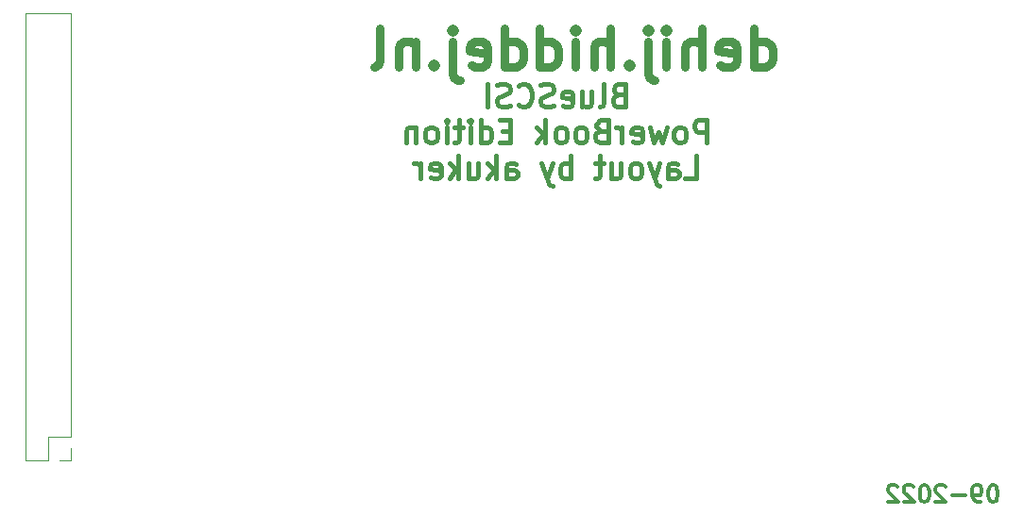
<source format=gbo>
G04 #@! TF.GenerationSoftware,KiCad,Pcbnew,(6.0.4)*
G04 #@! TF.CreationDate,2022-09-08T18:29:31-05:00*
G04 #@! TF.ProjectId,v2-PowerBook-BLUESCSI-dehij,76322d50-6f77-4657-9242-6f6f6b2d424c,rev?*
G04 #@! TF.SameCoordinates,Original*
G04 #@! TF.FileFunction,Legend,Bot*
G04 #@! TF.FilePolarity,Positive*
%FSLAX46Y46*%
G04 Gerber Fmt 4.6, Leading zero omitted, Abs format (unit mm)*
G04 Created by KiCad (PCBNEW (6.0.4)) date 2022-09-08 18:29:31*
%MOMM*%
%LPD*%
G01*
G04 APERTURE LIST*
%ADD10C,0.800000*%
%ADD11C,0.400000*%
%ADD12C,0.300000*%
%ADD13C,0.120000*%
%ADD14C,2.500000*%
%ADD15C,1.700000*%
%ADD16R,1.700000X1.700000*%
%ADD17R,1.350000X1.350000*%
%ADD18O,1.350000X1.350000*%
G04 APERTURE END LIST*
D10*
X140983333Y-86453333D02*
X140983333Y-82953333D01*
X140983333Y-86286666D02*
X141316666Y-86453333D01*
X141983333Y-86453333D01*
X142316666Y-86286666D01*
X142483333Y-86120000D01*
X142650000Y-85786666D01*
X142650000Y-84786666D01*
X142483333Y-84453333D01*
X142316666Y-84286666D01*
X141983333Y-84120000D01*
X141316666Y-84120000D01*
X140983333Y-84286666D01*
X137983333Y-86286666D02*
X138316666Y-86453333D01*
X138983333Y-86453333D01*
X139316666Y-86286666D01*
X139483333Y-85953333D01*
X139483333Y-84620000D01*
X139316666Y-84286666D01*
X138983333Y-84120000D01*
X138316666Y-84120000D01*
X137983333Y-84286666D01*
X137816666Y-84620000D01*
X137816666Y-84953333D01*
X139483333Y-85286666D01*
X136316666Y-86453333D02*
X136316666Y-82953333D01*
X134816666Y-86453333D02*
X134816666Y-84620000D01*
X134983333Y-84286666D01*
X135316666Y-84120000D01*
X135816666Y-84120000D01*
X136150000Y-84286666D01*
X136316666Y-84453333D01*
X133150000Y-86453333D02*
X133150000Y-84120000D01*
X133150000Y-82953333D02*
X133316666Y-83120000D01*
X133150000Y-83286666D01*
X132983333Y-83120000D01*
X133150000Y-82953333D01*
X133150000Y-83286666D01*
X131483333Y-84120000D02*
X131483333Y-87120000D01*
X131650000Y-87453333D01*
X131983333Y-87620000D01*
X132150000Y-87620000D01*
X131483333Y-82953333D02*
X131650000Y-83120000D01*
X131483333Y-83286666D01*
X131316666Y-83120000D01*
X131483333Y-82953333D01*
X131483333Y-83286666D01*
X129816666Y-86120000D02*
X129650000Y-86286666D01*
X129816666Y-86453333D01*
X129983333Y-86286666D01*
X129816666Y-86120000D01*
X129816666Y-86453333D01*
X128150000Y-86453333D02*
X128150000Y-82953333D01*
X126650000Y-86453333D02*
X126650000Y-84620000D01*
X126816666Y-84286666D01*
X127150000Y-84120000D01*
X127650000Y-84120000D01*
X127983333Y-84286666D01*
X128150000Y-84453333D01*
X124983333Y-86453333D02*
X124983333Y-84120000D01*
X124983333Y-82953333D02*
X125150000Y-83120000D01*
X124983333Y-83286666D01*
X124816666Y-83120000D01*
X124983333Y-82953333D01*
X124983333Y-83286666D01*
X121816666Y-86453333D02*
X121816666Y-82953333D01*
X121816666Y-86286666D02*
X122150000Y-86453333D01*
X122816666Y-86453333D01*
X123150000Y-86286666D01*
X123316666Y-86120000D01*
X123483333Y-85786666D01*
X123483333Y-84786666D01*
X123316666Y-84453333D01*
X123150000Y-84286666D01*
X122816666Y-84120000D01*
X122150000Y-84120000D01*
X121816666Y-84286666D01*
X118650000Y-86453333D02*
X118650000Y-82953333D01*
X118650000Y-86286666D02*
X118983333Y-86453333D01*
X119650000Y-86453333D01*
X119983333Y-86286666D01*
X120150000Y-86120000D01*
X120316666Y-85786666D01*
X120316666Y-84786666D01*
X120150000Y-84453333D01*
X119983333Y-84286666D01*
X119650000Y-84120000D01*
X118983333Y-84120000D01*
X118650000Y-84286666D01*
X115650000Y-86286666D02*
X115983333Y-86453333D01*
X116650000Y-86453333D01*
X116983333Y-86286666D01*
X117150000Y-85953333D01*
X117150000Y-84620000D01*
X116983333Y-84286666D01*
X116650000Y-84120000D01*
X115983333Y-84120000D01*
X115650000Y-84286666D01*
X115483333Y-84620000D01*
X115483333Y-84953333D01*
X117150000Y-85286666D01*
X113983333Y-84120000D02*
X113983333Y-87120000D01*
X114150000Y-87453333D01*
X114483333Y-87620000D01*
X114650000Y-87620000D01*
X113983333Y-82953333D02*
X114150000Y-83120000D01*
X113983333Y-83286666D01*
X113816666Y-83120000D01*
X113983333Y-82953333D01*
X113983333Y-83286666D01*
X112316666Y-86120000D02*
X112150000Y-86286666D01*
X112316666Y-86453333D01*
X112483333Y-86286666D01*
X112316666Y-86120000D01*
X112316666Y-86453333D01*
X110650000Y-84120000D02*
X110650000Y-86453333D01*
X110650000Y-84453333D02*
X110483333Y-84286666D01*
X110150000Y-84120000D01*
X109650000Y-84120000D01*
X109316666Y-84286666D01*
X109150000Y-84620000D01*
X109150000Y-86453333D01*
X106983333Y-86453333D02*
X107316666Y-86286666D01*
X107483333Y-85953333D01*
X107483333Y-82953333D01*
D11*
X128843809Y-88927142D02*
X128558095Y-89022380D01*
X128462857Y-89117619D01*
X128367619Y-89308095D01*
X128367619Y-89593809D01*
X128462857Y-89784285D01*
X128558095Y-89879523D01*
X128748571Y-89974761D01*
X129510476Y-89974761D01*
X129510476Y-87974761D01*
X128843809Y-87974761D01*
X128653333Y-88070000D01*
X128558095Y-88165238D01*
X128462857Y-88355714D01*
X128462857Y-88546190D01*
X128558095Y-88736666D01*
X128653333Y-88831904D01*
X128843809Y-88927142D01*
X129510476Y-88927142D01*
X127224761Y-89974761D02*
X127415238Y-89879523D01*
X127510476Y-89689047D01*
X127510476Y-87974761D01*
X125605714Y-88641428D02*
X125605714Y-89974761D01*
X126462857Y-88641428D02*
X126462857Y-89689047D01*
X126367619Y-89879523D01*
X126177142Y-89974761D01*
X125891428Y-89974761D01*
X125700952Y-89879523D01*
X125605714Y-89784285D01*
X123891428Y-89879523D02*
X124081904Y-89974761D01*
X124462857Y-89974761D01*
X124653333Y-89879523D01*
X124748571Y-89689047D01*
X124748571Y-88927142D01*
X124653333Y-88736666D01*
X124462857Y-88641428D01*
X124081904Y-88641428D01*
X123891428Y-88736666D01*
X123796190Y-88927142D01*
X123796190Y-89117619D01*
X124748571Y-89308095D01*
X123034285Y-89879523D02*
X122748571Y-89974761D01*
X122272380Y-89974761D01*
X122081904Y-89879523D01*
X121986666Y-89784285D01*
X121891428Y-89593809D01*
X121891428Y-89403333D01*
X121986666Y-89212857D01*
X122081904Y-89117619D01*
X122272380Y-89022380D01*
X122653333Y-88927142D01*
X122843809Y-88831904D01*
X122939047Y-88736666D01*
X123034285Y-88546190D01*
X123034285Y-88355714D01*
X122939047Y-88165238D01*
X122843809Y-88070000D01*
X122653333Y-87974761D01*
X122177142Y-87974761D01*
X121891428Y-88070000D01*
X119891428Y-89784285D02*
X119986666Y-89879523D01*
X120272380Y-89974761D01*
X120462857Y-89974761D01*
X120748571Y-89879523D01*
X120939047Y-89689047D01*
X121034285Y-89498571D01*
X121129523Y-89117619D01*
X121129523Y-88831904D01*
X121034285Y-88450952D01*
X120939047Y-88260476D01*
X120748571Y-88070000D01*
X120462857Y-87974761D01*
X120272380Y-87974761D01*
X119986666Y-88070000D01*
X119891428Y-88165238D01*
X119129523Y-89879523D02*
X118843809Y-89974761D01*
X118367619Y-89974761D01*
X118177142Y-89879523D01*
X118081904Y-89784285D01*
X117986666Y-89593809D01*
X117986666Y-89403333D01*
X118081904Y-89212857D01*
X118177142Y-89117619D01*
X118367619Y-89022380D01*
X118748571Y-88927142D01*
X118939047Y-88831904D01*
X119034285Y-88736666D01*
X119129523Y-88546190D01*
X119129523Y-88355714D01*
X119034285Y-88165238D01*
X118939047Y-88070000D01*
X118748571Y-87974761D01*
X118272380Y-87974761D01*
X117986666Y-88070000D01*
X117129523Y-89974761D02*
X117129523Y-87974761D01*
X136796190Y-93194761D02*
X136796190Y-91194761D01*
X136034285Y-91194761D01*
X135843809Y-91290000D01*
X135748571Y-91385238D01*
X135653333Y-91575714D01*
X135653333Y-91861428D01*
X135748571Y-92051904D01*
X135843809Y-92147142D01*
X136034285Y-92242380D01*
X136796190Y-92242380D01*
X134510476Y-93194761D02*
X134700952Y-93099523D01*
X134796190Y-93004285D01*
X134891428Y-92813809D01*
X134891428Y-92242380D01*
X134796190Y-92051904D01*
X134700952Y-91956666D01*
X134510476Y-91861428D01*
X134224761Y-91861428D01*
X134034285Y-91956666D01*
X133939047Y-92051904D01*
X133843809Y-92242380D01*
X133843809Y-92813809D01*
X133939047Y-93004285D01*
X134034285Y-93099523D01*
X134224761Y-93194761D01*
X134510476Y-93194761D01*
X133177142Y-91861428D02*
X132796190Y-93194761D01*
X132415238Y-92242380D01*
X132034285Y-93194761D01*
X131653333Y-91861428D01*
X130129523Y-93099523D02*
X130320000Y-93194761D01*
X130700952Y-93194761D01*
X130891428Y-93099523D01*
X130986666Y-92909047D01*
X130986666Y-92147142D01*
X130891428Y-91956666D01*
X130700952Y-91861428D01*
X130320000Y-91861428D01*
X130129523Y-91956666D01*
X130034285Y-92147142D01*
X130034285Y-92337619D01*
X130986666Y-92528095D01*
X129177142Y-93194761D02*
X129177142Y-91861428D01*
X129177142Y-92242380D02*
X129081904Y-92051904D01*
X128986666Y-91956666D01*
X128796190Y-91861428D01*
X128605714Y-91861428D01*
X127272380Y-92147142D02*
X126986666Y-92242380D01*
X126891428Y-92337619D01*
X126796190Y-92528095D01*
X126796190Y-92813809D01*
X126891428Y-93004285D01*
X126986666Y-93099523D01*
X127177142Y-93194761D01*
X127939047Y-93194761D01*
X127939047Y-91194761D01*
X127272380Y-91194761D01*
X127081904Y-91290000D01*
X126986666Y-91385238D01*
X126891428Y-91575714D01*
X126891428Y-91766190D01*
X126986666Y-91956666D01*
X127081904Y-92051904D01*
X127272380Y-92147142D01*
X127939047Y-92147142D01*
X125653333Y-93194761D02*
X125843809Y-93099523D01*
X125939047Y-93004285D01*
X126034285Y-92813809D01*
X126034285Y-92242380D01*
X125939047Y-92051904D01*
X125843809Y-91956666D01*
X125653333Y-91861428D01*
X125367619Y-91861428D01*
X125177142Y-91956666D01*
X125081904Y-92051904D01*
X124986666Y-92242380D01*
X124986666Y-92813809D01*
X125081904Y-93004285D01*
X125177142Y-93099523D01*
X125367619Y-93194761D01*
X125653333Y-93194761D01*
X123843809Y-93194761D02*
X124034285Y-93099523D01*
X124129523Y-93004285D01*
X124224761Y-92813809D01*
X124224761Y-92242380D01*
X124129523Y-92051904D01*
X124034285Y-91956666D01*
X123843809Y-91861428D01*
X123558095Y-91861428D01*
X123367619Y-91956666D01*
X123272380Y-92051904D01*
X123177142Y-92242380D01*
X123177142Y-92813809D01*
X123272380Y-93004285D01*
X123367619Y-93099523D01*
X123558095Y-93194761D01*
X123843809Y-93194761D01*
X122320000Y-93194761D02*
X122320000Y-91194761D01*
X122129523Y-92432857D02*
X121558095Y-93194761D01*
X121558095Y-91861428D02*
X122320000Y-92623333D01*
X119177142Y-92147142D02*
X118510476Y-92147142D01*
X118224761Y-93194761D02*
X119177142Y-93194761D01*
X119177142Y-91194761D01*
X118224761Y-91194761D01*
X116510476Y-93194761D02*
X116510476Y-91194761D01*
X116510476Y-93099523D02*
X116700952Y-93194761D01*
X117081904Y-93194761D01*
X117272380Y-93099523D01*
X117367619Y-93004285D01*
X117462857Y-92813809D01*
X117462857Y-92242380D01*
X117367619Y-92051904D01*
X117272380Y-91956666D01*
X117081904Y-91861428D01*
X116700952Y-91861428D01*
X116510476Y-91956666D01*
X115558095Y-93194761D02*
X115558095Y-91861428D01*
X115558095Y-91194761D02*
X115653333Y-91290000D01*
X115558095Y-91385238D01*
X115462857Y-91290000D01*
X115558095Y-91194761D01*
X115558095Y-91385238D01*
X114891428Y-91861428D02*
X114129523Y-91861428D01*
X114605714Y-91194761D02*
X114605714Y-92909047D01*
X114510476Y-93099523D01*
X114320000Y-93194761D01*
X114129523Y-93194761D01*
X113462857Y-93194761D02*
X113462857Y-91861428D01*
X113462857Y-91194761D02*
X113558095Y-91290000D01*
X113462857Y-91385238D01*
X113367619Y-91290000D01*
X113462857Y-91194761D01*
X113462857Y-91385238D01*
X112224761Y-93194761D02*
X112415238Y-93099523D01*
X112510476Y-93004285D01*
X112605714Y-92813809D01*
X112605714Y-92242380D01*
X112510476Y-92051904D01*
X112415238Y-91956666D01*
X112224761Y-91861428D01*
X111939047Y-91861428D01*
X111748571Y-91956666D01*
X111653333Y-92051904D01*
X111558095Y-92242380D01*
X111558095Y-92813809D01*
X111653333Y-93004285D01*
X111748571Y-93099523D01*
X111939047Y-93194761D01*
X112224761Y-93194761D01*
X110700952Y-91861428D02*
X110700952Y-93194761D01*
X110700952Y-92051904D02*
X110605714Y-91956666D01*
X110415238Y-91861428D01*
X110129523Y-91861428D01*
X109939047Y-91956666D01*
X109843809Y-92147142D01*
X109843809Y-93194761D01*
X134843809Y-96414761D02*
X135796190Y-96414761D01*
X135796190Y-94414761D01*
X133320000Y-96414761D02*
X133320000Y-95367142D01*
X133415238Y-95176666D01*
X133605714Y-95081428D01*
X133986666Y-95081428D01*
X134177142Y-95176666D01*
X133320000Y-96319523D02*
X133510476Y-96414761D01*
X133986666Y-96414761D01*
X134177142Y-96319523D01*
X134272380Y-96129047D01*
X134272380Y-95938571D01*
X134177142Y-95748095D01*
X133986666Y-95652857D01*
X133510476Y-95652857D01*
X133320000Y-95557619D01*
X132558095Y-95081428D02*
X132081904Y-96414761D01*
X131605714Y-95081428D02*
X132081904Y-96414761D01*
X132272380Y-96890952D01*
X132367619Y-96986190D01*
X132558095Y-97081428D01*
X130558095Y-96414761D02*
X130748571Y-96319523D01*
X130843809Y-96224285D01*
X130939047Y-96033809D01*
X130939047Y-95462380D01*
X130843809Y-95271904D01*
X130748571Y-95176666D01*
X130558095Y-95081428D01*
X130272380Y-95081428D01*
X130081904Y-95176666D01*
X129986666Y-95271904D01*
X129891428Y-95462380D01*
X129891428Y-96033809D01*
X129986666Y-96224285D01*
X130081904Y-96319523D01*
X130272380Y-96414761D01*
X130558095Y-96414761D01*
X128177142Y-95081428D02*
X128177142Y-96414761D01*
X129034285Y-95081428D02*
X129034285Y-96129047D01*
X128939047Y-96319523D01*
X128748571Y-96414761D01*
X128462857Y-96414761D01*
X128272380Y-96319523D01*
X128177142Y-96224285D01*
X127510476Y-95081428D02*
X126748571Y-95081428D01*
X127224761Y-94414761D02*
X127224761Y-96129047D01*
X127129523Y-96319523D01*
X126939047Y-96414761D01*
X126748571Y-96414761D01*
X124558095Y-96414761D02*
X124558095Y-94414761D01*
X124558095Y-95176666D02*
X124367619Y-95081428D01*
X123986666Y-95081428D01*
X123796190Y-95176666D01*
X123700952Y-95271904D01*
X123605714Y-95462380D01*
X123605714Y-96033809D01*
X123700952Y-96224285D01*
X123796190Y-96319523D01*
X123986666Y-96414761D01*
X124367619Y-96414761D01*
X124558095Y-96319523D01*
X122939047Y-95081428D02*
X122462857Y-96414761D01*
X121986666Y-95081428D02*
X122462857Y-96414761D01*
X122653333Y-96890952D01*
X122748571Y-96986190D01*
X122939047Y-97081428D01*
X118843809Y-96414761D02*
X118843809Y-95367142D01*
X118939047Y-95176666D01*
X119129523Y-95081428D01*
X119510476Y-95081428D01*
X119700952Y-95176666D01*
X118843809Y-96319523D02*
X119034285Y-96414761D01*
X119510476Y-96414761D01*
X119700952Y-96319523D01*
X119796190Y-96129047D01*
X119796190Y-95938571D01*
X119700952Y-95748095D01*
X119510476Y-95652857D01*
X119034285Y-95652857D01*
X118843809Y-95557619D01*
X117891428Y-96414761D02*
X117891428Y-94414761D01*
X117700952Y-95652857D02*
X117129523Y-96414761D01*
X117129523Y-95081428D02*
X117891428Y-95843333D01*
X115415238Y-95081428D02*
X115415238Y-96414761D01*
X116272380Y-95081428D02*
X116272380Y-96129047D01*
X116177142Y-96319523D01*
X115986666Y-96414761D01*
X115700952Y-96414761D01*
X115510476Y-96319523D01*
X115415238Y-96224285D01*
X114462857Y-96414761D02*
X114462857Y-94414761D01*
X114272380Y-95652857D02*
X113700952Y-96414761D01*
X113700952Y-95081428D02*
X114462857Y-95843333D01*
X112081904Y-96319523D02*
X112272380Y-96414761D01*
X112653333Y-96414761D01*
X112843809Y-96319523D01*
X112939047Y-96129047D01*
X112939047Y-95367142D01*
X112843809Y-95176666D01*
X112653333Y-95081428D01*
X112272380Y-95081428D01*
X112081904Y-95176666D01*
X111986666Y-95367142D01*
X111986666Y-95557619D01*
X112939047Y-95748095D01*
X111129523Y-96414761D02*
X111129523Y-95081428D01*
X111129523Y-95462380D02*
X111034285Y-95271904D01*
X110939047Y-95176666D01*
X110748571Y-95081428D01*
X110558095Y-95081428D01*
D12*
X162501428Y-123978571D02*
X162358571Y-123978571D01*
X162215714Y-124050000D01*
X162144285Y-124121428D01*
X162072857Y-124264285D01*
X162001428Y-124550000D01*
X162001428Y-124907142D01*
X162072857Y-125192857D01*
X162144285Y-125335714D01*
X162215714Y-125407142D01*
X162358571Y-125478571D01*
X162501428Y-125478571D01*
X162644285Y-125407142D01*
X162715714Y-125335714D01*
X162787142Y-125192857D01*
X162858571Y-124907142D01*
X162858571Y-124550000D01*
X162787142Y-124264285D01*
X162715714Y-124121428D01*
X162644285Y-124050000D01*
X162501428Y-123978571D01*
X161287142Y-125478571D02*
X161001428Y-125478571D01*
X160858571Y-125407142D01*
X160787142Y-125335714D01*
X160644285Y-125121428D01*
X160572857Y-124835714D01*
X160572857Y-124264285D01*
X160644285Y-124121428D01*
X160715714Y-124050000D01*
X160858571Y-123978571D01*
X161144285Y-123978571D01*
X161287142Y-124050000D01*
X161358571Y-124121428D01*
X161430000Y-124264285D01*
X161430000Y-124621428D01*
X161358571Y-124764285D01*
X161287142Y-124835714D01*
X161144285Y-124907142D01*
X160858571Y-124907142D01*
X160715714Y-124835714D01*
X160644285Y-124764285D01*
X160572857Y-124621428D01*
X159930000Y-124907142D02*
X158787142Y-124907142D01*
X158144285Y-124121428D02*
X158072857Y-124050000D01*
X157930000Y-123978571D01*
X157572857Y-123978571D01*
X157430000Y-124050000D01*
X157358571Y-124121428D01*
X157287142Y-124264285D01*
X157287142Y-124407142D01*
X157358571Y-124621428D01*
X158215714Y-125478571D01*
X157287142Y-125478571D01*
X156358571Y-123978571D02*
X156215714Y-123978571D01*
X156072857Y-124050000D01*
X156001428Y-124121428D01*
X155930000Y-124264285D01*
X155858571Y-124550000D01*
X155858571Y-124907142D01*
X155930000Y-125192857D01*
X156001428Y-125335714D01*
X156072857Y-125407142D01*
X156215714Y-125478571D01*
X156358571Y-125478571D01*
X156501428Y-125407142D01*
X156572857Y-125335714D01*
X156644285Y-125192857D01*
X156715714Y-124907142D01*
X156715714Y-124550000D01*
X156644285Y-124264285D01*
X156572857Y-124121428D01*
X156501428Y-124050000D01*
X156358571Y-123978571D01*
X155287142Y-124121428D02*
X155215714Y-124050000D01*
X155072857Y-123978571D01*
X154715714Y-123978571D01*
X154572857Y-124050000D01*
X154501428Y-124121428D01*
X154430000Y-124264285D01*
X154430000Y-124407142D01*
X154501428Y-124621428D01*
X155358571Y-125478571D01*
X154430000Y-125478571D01*
X153858571Y-124121428D02*
X153787142Y-124050000D01*
X153644285Y-123978571D01*
X153287142Y-123978571D01*
X153144285Y-124050000D01*
X153072857Y-124121428D01*
X153001428Y-124264285D01*
X153001428Y-124407142D01*
X153072857Y-124621428D01*
X153930000Y-125478571D01*
X153001428Y-125478571D01*
D13*
X75680000Y-81590000D02*
X79800000Y-81590000D01*
X77740000Y-119650000D02*
X79800000Y-119650000D01*
X75680000Y-121710000D02*
X75680000Y-81590000D01*
X79800000Y-119650000D02*
X79800000Y-81590000D01*
X78740000Y-121710000D02*
X79800000Y-121710000D01*
X79800000Y-121710000D02*
X79800000Y-120650000D01*
X75680000Y-121710000D02*
X77740000Y-121710000D01*
X77740000Y-121710000D02*
X77740000Y-119650000D01*
%LPC*%
D14*
X166650000Y-123500000D03*
X124980000Y-123500000D03*
X82730000Y-123430000D03*
X124980000Y-79700000D03*
X82730000Y-79630000D03*
D15*
X118110000Y-102870000D03*
D16*
X118110000Y-118110000D03*
D15*
X120650000Y-102870000D03*
X120650000Y-118110000D03*
X123190000Y-102870000D03*
X123190000Y-118110000D03*
X125730000Y-102870000D03*
X125730000Y-118110000D03*
X128270000Y-102870000D03*
X128270000Y-118110000D03*
X130810000Y-102870000D03*
X130810000Y-118110000D03*
X133350000Y-102870000D03*
X133350000Y-118110000D03*
X135890000Y-102870000D03*
X135890000Y-118110000D03*
X138430000Y-102870000D03*
X138430000Y-118110000D03*
X140970000Y-102870000D03*
X140970000Y-118110000D03*
X143510000Y-102870000D03*
X143510000Y-118110000D03*
X146050000Y-102870000D03*
X146050000Y-118110000D03*
X148590000Y-102870000D03*
X148590000Y-118110000D03*
X151130000Y-102870000D03*
X151130000Y-118110000D03*
X153670000Y-102870000D03*
X153670000Y-118110000D03*
X156210000Y-102870000D03*
X156210000Y-118110000D03*
X158750000Y-102870000D03*
X158750000Y-118110000D03*
X161290000Y-102870000D03*
X161290000Y-118110000D03*
X163830000Y-102870000D03*
X163830000Y-118110000D03*
X166370000Y-102870000D03*
X166370000Y-118110000D03*
D17*
X78740000Y-120650000D03*
D18*
X76740000Y-120650000D03*
X78740000Y-118650000D03*
X76740000Y-118650000D03*
X78740000Y-116650000D03*
X76740000Y-116650000D03*
X78740000Y-114650000D03*
X76740000Y-114650000D03*
X78740000Y-112650000D03*
X76740000Y-112650000D03*
X78740000Y-110650000D03*
X76740000Y-110650000D03*
X78740000Y-108650000D03*
X76740000Y-108650000D03*
X78740000Y-106650000D03*
X76740000Y-106650000D03*
X78740000Y-104650000D03*
X76740000Y-104650000D03*
X78740000Y-102650000D03*
X76740000Y-102650000D03*
X78740000Y-100650000D03*
X76740000Y-100650000D03*
X78740000Y-98650000D03*
X76740000Y-98650000D03*
X78740000Y-96650000D03*
X76740000Y-96650000D03*
X78740000Y-94650000D03*
X76740000Y-94650000D03*
X78740000Y-92650000D03*
X76740000Y-92650000D03*
X78740000Y-90650000D03*
X76740000Y-90650000D03*
X78740000Y-88650000D03*
X76740000Y-88650000D03*
X78740000Y-86650000D03*
X76740000Y-86650000D03*
X78740000Y-84650000D03*
X76740000Y-84650000D03*
X78740000Y-82650000D03*
X76740000Y-82650000D03*
M02*

</source>
